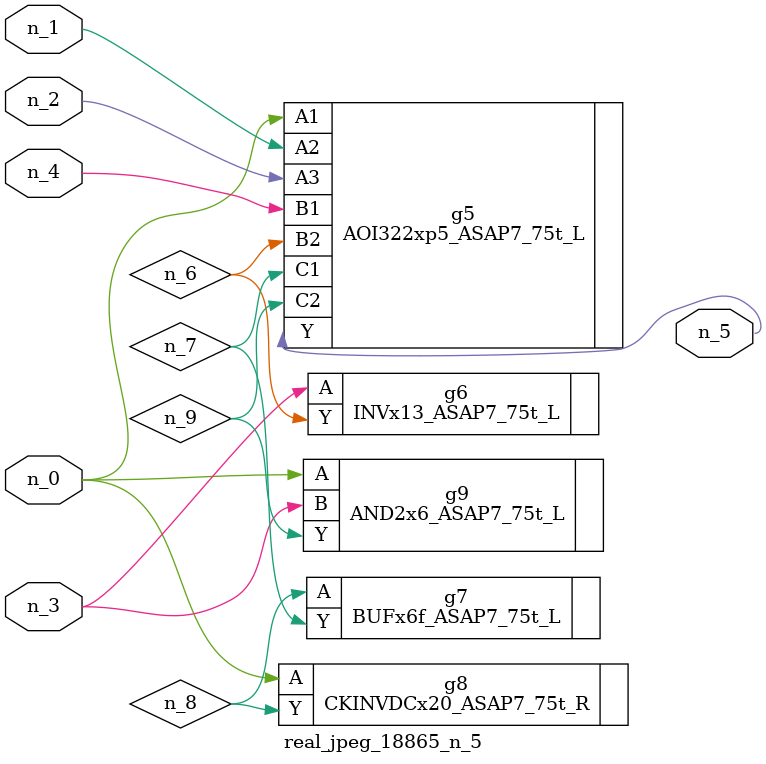
<source format=v>
module real_jpeg_18865_n_5 (n_4, n_0, n_1, n_2, n_3, n_5);

input n_4;
input n_0;
input n_1;
input n_2;
input n_3;

output n_5;

wire n_8;
wire n_6;
wire n_7;
wire n_9;

AOI322xp5_ASAP7_75t_L g5 ( 
.A1(n_0),
.A2(n_1),
.A3(n_2),
.B1(n_4),
.B2(n_6),
.C1(n_7),
.C2(n_9),
.Y(n_5)
);

CKINVDCx20_ASAP7_75t_R g8 ( 
.A(n_0),
.Y(n_8)
);

AND2x6_ASAP7_75t_L g9 ( 
.A(n_0),
.B(n_3),
.Y(n_9)
);

INVx13_ASAP7_75t_L g6 ( 
.A(n_3),
.Y(n_6)
);

BUFx6f_ASAP7_75t_L g7 ( 
.A(n_8),
.Y(n_7)
);


endmodule
</source>
